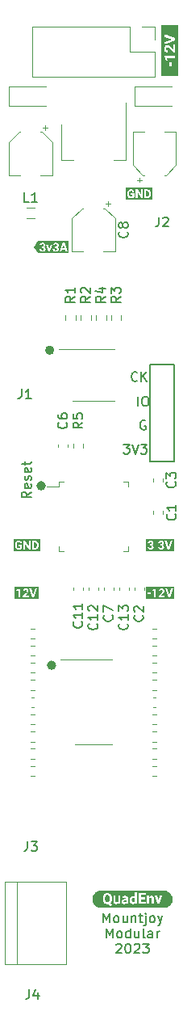
<source format=gbr>
%TF.GenerationSoftware,KiCad,Pcbnew,(6.0.11)*%
%TF.CreationDate,2023-03-11T14:35:42+00:00*%
%TF.ProjectId,QuadEnv_Components,51756164-456e-4765-9f43-6f6d706f6e65,rev?*%
%TF.SameCoordinates,Original*%
%TF.FileFunction,Legend,Top*%
%TF.FilePolarity,Positive*%
%FSLAX46Y46*%
G04 Gerber Fmt 4.6, Leading zero omitted, Abs format (unit mm)*
G04 Created by KiCad (PCBNEW (6.0.11)) date 2023-03-11 14:35:42*
%MOMM*%
%LPD*%
G01*
G04 APERTURE LIST*
%ADD10C,0.475000*%
%ADD11C,0.150000*%
%ADD12C,0.120000*%
G04 APERTURE END LIST*
D10*
X55037500Y-85200000D02*
G75*
G03*
X55037500Y-85200000I-237500J0D01*
G01*
X55237500Y-118200000D02*
G75*
G03*
X55237500Y-118200000I-237500J0D01*
G01*
X54137500Y-99400000D02*
G75*
G03*
X54137500Y-99400000I-237500J0D01*
G01*
D11*
X52666666Y-152152380D02*
X52666666Y-152866666D01*
X52619047Y-153009523D01*
X52523809Y-153104761D01*
X52380952Y-153152380D01*
X52285714Y-153152380D01*
X53571428Y-152485714D02*
X53571428Y-153152380D01*
X53333333Y-152104761D02*
X53095238Y-152819047D01*
X53714285Y-152819047D01*
X60452380Y-145142380D02*
X60452380Y-144142380D01*
X60785714Y-144856666D01*
X61119047Y-144142380D01*
X61119047Y-145142380D01*
X61738095Y-145142380D02*
X61642857Y-145094761D01*
X61595238Y-145047142D01*
X61547619Y-144951904D01*
X61547619Y-144666190D01*
X61595238Y-144570952D01*
X61642857Y-144523333D01*
X61738095Y-144475714D01*
X61880952Y-144475714D01*
X61976190Y-144523333D01*
X62023809Y-144570952D01*
X62071428Y-144666190D01*
X62071428Y-144951904D01*
X62023809Y-145047142D01*
X61976190Y-145094761D01*
X61880952Y-145142380D01*
X61738095Y-145142380D01*
X62928571Y-144475714D02*
X62928571Y-145142380D01*
X62500000Y-144475714D02*
X62500000Y-144999523D01*
X62547619Y-145094761D01*
X62642857Y-145142380D01*
X62785714Y-145142380D01*
X62880952Y-145094761D01*
X62928571Y-145047142D01*
X63404761Y-144475714D02*
X63404761Y-145142380D01*
X63404761Y-144570952D02*
X63452380Y-144523333D01*
X63547619Y-144475714D01*
X63690476Y-144475714D01*
X63785714Y-144523333D01*
X63833333Y-144618571D01*
X63833333Y-145142380D01*
X64166666Y-144475714D02*
X64547619Y-144475714D01*
X64309523Y-144142380D02*
X64309523Y-144999523D01*
X64357142Y-145094761D01*
X64452380Y-145142380D01*
X64547619Y-145142380D01*
X64880952Y-144475714D02*
X64880952Y-145332857D01*
X64833333Y-145428095D01*
X64738095Y-145475714D01*
X64690476Y-145475714D01*
X64880952Y-144142380D02*
X64833333Y-144190000D01*
X64880952Y-144237619D01*
X64928571Y-144190000D01*
X64880952Y-144142380D01*
X64880952Y-144237619D01*
X65500000Y-145142380D02*
X65404761Y-145094761D01*
X65357142Y-145047142D01*
X65309523Y-144951904D01*
X65309523Y-144666190D01*
X65357142Y-144570952D01*
X65404761Y-144523333D01*
X65500000Y-144475714D01*
X65642857Y-144475714D01*
X65738095Y-144523333D01*
X65785714Y-144570952D01*
X65833333Y-144666190D01*
X65833333Y-144951904D01*
X65785714Y-145047142D01*
X65738095Y-145094761D01*
X65642857Y-145142380D01*
X65500000Y-145142380D01*
X66166666Y-144475714D02*
X66404761Y-145142380D01*
X66642857Y-144475714D02*
X66404761Y-145142380D01*
X66309523Y-145380476D01*
X66261904Y-145428095D01*
X66166666Y-145475714D01*
X60785714Y-146752380D02*
X60785714Y-145752380D01*
X61119047Y-146466666D01*
X61452380Y-145752380D01*
X61452380Y-146752380D01*
X62071428Y-146752380D02*
X61976190Y-146704761D01*
X61928571Y-146657142D01*
X61880952Y-146561904D01*
X61880952Y-146276190D01*
X61928571Y-146180952D01*
X61976190Y-146133333D01*
X62071428Y-146085714D01*
X62214285Y-146085714D01*
X62309523Y-146133333D01*
X62357142Y-146180952D01*
X62404761Y-146276190D01*
X62404761Y-146561904D01*
X62357142Y-146657142D01*
X62309523Y-146704761D01*
X62214285Y-146752380D01*
X62071428Y-146752380D01*
X63261904Y-146752380D02*
X63261904Y-145752380D01*
X63261904Y-146704761D02*
X63166666Y-146752380D01*
X62976190Y-146752380D01*
X62880952Y-146704761D01*
X62833333Y-146657142D01*
X62785714Y-146561904D01*
X62785714Y-146276190D01*
X62833333Y-146180952D01*
X62880952Y-146133333D01*
X62976190Y-146085714D01*
X63166666Y-146085714D01*
X63261904Y-146133333D01*
X64166666Y-146085714D02*
X64166666Y-146752380D01*
X63738095Y-146085714D02*
X63738095Y-146609523D01*
X63785714Y-146704761D01*
X63880952Y-146752380D01*
X64023809Y-146752380D01*
X64119047Y-146704761D01*
X64166666Y-146657142D01*
X64785714Y-146752380D02*
X64690476Y-146704761D01*
X64642857Y-146609523D01*
X64642857Y-145752380D01*
X65595238Y-146752380D02*
X65595238Y-146228571D01*
X65547619Y-146133333D01*
X65452380Y-146085714D01*
X65261904Y-146085714D01*
X65166666Y-146133333D01*
X65595238Y-146704761D02*
X65500000Y-146752380D01*
X65261904Y-146752380D01*
X65166666Y-146704761D01*
X65119047Y-146609523D01*
X65119047Y-146514285D01*
X65166666Y-146419047D01*
X65261904Y-146371428D01*
X65500000Y-146371428D01*
X65595238Y-146323809D01*
X66071428Y-146752380D02*
X66071428Y-146085714D01*
X66071428Y-146276190D02*
X66119047Y-146180952D01*
X66166666Y-146133333D01*
X66261904Y-146085714D01*
X66357142Y-146085714D01*
X61785714Y-147457619D02*
X61833333Y-147410000D01*
X61928571Y-147362380D01*
X62166666Y-147362380D01*
X62261904Y-147410000D01*
X62309523Y-147457619D01*
X62357142Y-147552857D01*
X62357142Y-147648095D01*
X62309523Y-147790952D01*
X61738095Y-148362380D01*
X62357142Y-148362380D01*
X62976190Y-147362380D02*
X63071428Y-147362380D01*
X63166666Y-147410000D01*
X63214285Y-147457619D01*
X63261904Y-147552857D01*
X63309523Y-147743333D01*
X63309523Y-147981428D01*
X63261904Y-148171904D01*
X63214285Y-148267142D01*
X63166666Y-148314761D01*
X63071428Y-148362380D01*
X62976190Y-148362380D01*
X62880952Y-148314761D01*
X62833333Y-148267142D01*
X62785714Y-148171904D01*
X62738095Y-147981428D01*
X62738095Y-147743333D01*
X62785714Y-147552857D01*
X62833333Y-147457619D01*
X62880952Y-147410000D01*
X62976190Y-147362380D01*
X63690476Y-147457619D02*
X63738095Y-147410000D01*
X63833333Y-147362380D01*
X64071428Y-147362380D01*
X64166666Y-147410000D01*
X64214285Y-147457619D01*
X64261904Y-147552857D01*
X64261904Y-147648095D01*
X64214285Y-147790952D01*
X63642857Y-148362380D01*
X64261904Y-148362380D01*
X64595238Y-147362380D02*
X65214285Y-147362380D01*
X64880952Y-147743333D01*
X65023809Y-147743333D01*
X65119047Y-147790952D01*
X65166666Y-147838571D01*
X65214285Y-147933809D01*
X65214285Y-148171904D01*
X65166666Y-148267142D01*
X65119047Y-148314761D01*
X65023809Y-148362380D01*
X64738095Y-148362380D01*
X64642857Y-148314761D01*
X64595238Y-148267142D01*
X51866666Y-89252380D02*
X51866666Y-89966666D01*
X51819047Y-90109523D01*
X51723809Y-90204761D01*
X51580952Y-90252380D01*
X51485714Y-90252380D01*
X52866666Y-90252380D02*
X52295238Y-90252380D01*
X52580952Y-90252380D02*
X52580952Y-89252380D01*
X52485714Y-89395238D01*
X52390476Y-89490476D01*
X52295238Y-89538095D01*
X52466666Y-136652380D02*
X52466666Y-137366666D01*
X52419047Y-137509523D01*
X52323809Y-137604761D01*
X52180952Y-137652380D01*
X52085714Y-137652380D01*
X52847619Y-136652380D02*
X53466666Y-136652380D01*
X53133333Y-137033333D01*
X53276190Y-137033333D01*
X53371428Y-137080952D01*
X53419047Y-137128571D01*
X53466666Y-137223809D01*
X53466666Y-137461904D01*
X53419047Y-137557142D01*
X53371428Y-137604761D01*
X53276190Y-137652380D01*
X52990476Y-137652380D01*
X52895238Y-137604761D01*
X52847619Y-137557142D01*
X66266666Y-71252380D02*
X66266666Y-71966666D01*
X66219047Y-72109523D01*
X66123809Y-72204761D01*
X65980952Y-72252380D01*
X65885714Y-72252380D01*
X66695238Y-71347619D02*
X66742857Y-71300000D01*
X66838095Y-71252380D01*
X67076190Y-71252380D01*
X67171428Y-71300000D01*
X67219047Y-71347619D01*
X67266666Y-71442857D01*
X67266666Y-71538095D01*
X67219047Y-71680952D01*
X66647619Y-72252380D01*
X67266666Y-72252380D01*
%TO.C,TP6*%
X52852380Y-100038095D02*
X52376190Y-100371428D01*
X52852380Y-100609523D02*
X51852380Y-100609523D01*
X51852380Y-100228571D01*
X51900000Y-100133333D01*
X51947619Y-100085714D01*
X52042857Y-100038095D01*
X52185714Y-100038095D01*
X52280952Y-100085714D01*
X52328571Y-100133333D01*
X52376190Y-100228571D01*
X52376190Y-100609523D01*
X52804761Y-99228571D02*
X52852380Y-99323809D01*
X52852380Y-99514285D01*
X52804761Y-99609523D01*
X52709523Y-99657142D01*
X52328571Y-99657142D01*
X52233333Y-99609523D01*
X52185714Y-99514285D01*
X52185714Y-99323809D01*
X52233333Y-99228571D01*
X52328571Y-99180952D01*
X52423809Y-99180952D01*
X52519047Y-99657142D01*
X52804761Y-98800000D02*
X52852380Y-98704761D01*
X52852380Y-98514285D01*
X52804761Y-98419047D01*
X52709523Y-98371428D01*
X52661904Y-98371428D01*
X52566666Y-98419047D01*
X52519047Y-98514285D01*
X52519047Y-98657142D01*
X52471428Y-98752380D01*
X52376190Y-98800000D01*
X52328571Y-98800000D01*
X52233333Y-98752380D01*
X52185714Y-98657142D01*
X52185714Y-98514285D01*
X52233333Y-98419047D01*
X52804761Y-97561904D02*
X52852380Y-97657142D01*
X52852380Y-97847619D01*
X52804761Y-97942857D01*
X52709523Y-97990476D01*
X52328571Y-97990476D01*
X52233333Y-97942857D01*
X52185714Y-97847619D01*
X52185714Y-97657142D01*
X52233333Y-97561904D01*
X52328571Y-97514285D01*
X52423809Y-97514285D01*
X52519047Y-97990476D01*
X52185714Y-97228571D02*
X52185714Y-96847619D01*
X51852380Y-97085714D02*
X52709523Y-97085714D01*
X52804761Y-97038095D01*
X52852380Y-96942857D01*
X52852380Y-96847619D01*
%TO.C,R3*%
X62252380Y-79566666D02*
X61776190Y-79900000D01*
X62252380Y-80138095D02*
X61252380Y-80138095D01*
X61252380Y-79757142D01*
X61300000Y-79661904D01*
X61347619Y-79614285D01*
X61442857Y-79566666D01*
X61585714Y-79566666D01*
X61680952Y-79614285D01*
X61728571Y-79661904D01*
X61776190Y-79757142D01*
X61776190Y-80138095D01*
X61252380Y-79233333D02*
X61252380Y-78614285D01*
X61633333Y-78947619D01*
X61633333Y-78804761D01*
X61680952Y-78709523D01*
X61728571Y-78661904D01*
X61823809Y-78614285D01*
X62061904Y-78614285D01*
X62157142Y-78661904D01*
X62204761Y-78709523D01*
X62252380Y-78804761D01*
X62252380Y-79090476D01*
X62204761Y-79185714D01*
X62157142Y-79233333D01*
%TO.C,C11*%
X58157142Y-113642857D02*
X58204761Y-113690476D01*
X58252380Y-113833333D01*
X58252380Y-113928571D01*
X58204761Y-114071428D01*
X58109523Y-114166666D01*
X58014285Y-114214285D01*
X57823809Y-114261904D01*
X57680952Y-114261904D01*
X57490476Y-114214285D01*
X57395238Y-114166666D01*
X57300000Y-114071428D01*
X57252380Y-113928571D01*
X57252380Y-113833333D01*
X57300000Y-113690476D01*
X57347619Y-113642857D01*
X58252380Y-112690476D02*
X58252380Y-113261904D01*
X58252380Y-112976190D02*
X57252380Y-112976190D01*
X57395238Y-113071428D01*
X57490476Y-113166666D01*
X57538095Y-113261904D01*
X58252380Y-111738095D02*
X58252380Y-112309523D01*
X58252380Y-112023809D02*
X57252380Y-112023809D01*
X57395238Y-112119047D01*
X57490476Y-112214285D01*
X57538095Y-112309523D01*
%TO.C,C7*%
X61357142Y-112966666D02*
X61404761Y-113014285D01*
X61452380Y-113157142D01*
X61452380Y-113252380D01*
X61404761Y-113395238D01*
X61309523Y-113490476D01*
X61214285Y-113538095D01*
X61023809Y-113585714D01*
X60880952Y-113585714D01*
X60690476Y-113538095D01*
X60595238Y-113490476D01*
X60500000Y-113395238D01*
X60452380Y-113252380D01*
X60452380Y-113157142D01*
X60500000Y-113014285D01*
X60547619Y-112966666D01*
X60452380Y-112633333D02*
X60452380Y-111966666D01*
X61452380Y-112395238D01*
%TO.C,R4*%
X60652380Y-79566666D02*
X60176190Y-79900000D01*
X60652380Y-80138095D02*
X59652380Y-80138095D01*
X59652380Y-79757142D01*
X59700000Y-79661904D01*
X59747619Y-79614285D01*
X59842857Y-79566666D01*
X59985714Y-79566666D01*
X60080952Y-79614285D01*
X60128571Y-79661904D01*
X60176190Y-79757142D01*
X60176190Y-80138095D01*
X59985714Y-78709523D02*
X60652380Y-78709523D01*
X59604761Y-78947619D02*
X60319047Y-79185714D01*
X60319047Y-78566666D01*
%TO.C,L1*%
X52633333Y-69652380D02*
X52157142Y-69652380D01*
X52157142Y-68652380D01*
X53490476Y-69652380D02*
X52919047Y-69652380D01*
X53204761Y-69652380D02*
X53204761Y-68652380D01*
X53109523Y-68795238D01*
X53014285Y-68890476D01*
X52919047Y-68938095D01*
%TO.C,C8*%
X62957142Y-72766666D02*
X63004761Y-72814285D01*
X63052380Y-72957142D01*
X63052380Y-73052380D01*
X63004761Y-73195238D01*
X62909523Y-73290476D01*
X62814285Y-73338095D01*
X62623809Y-73385714D01*
X62480952Y-73385714D01*
X62290476Y-73338095D01*
X62195238Y-73290476D01*
X62100000Y-73195238D01*
X62052380Y-73052380D01*
X62052380Y-72957142D01*
X62100000Y-72814285D01*
X62147619Y-72766666D01*
X62480952Y-72195238D02*
X62433333Y-72290476D01*
X62385714Y-72338095D01*
X62290476Y-72385714D01*
X62242857Y-72385714D01*
X62147619Y-72338095D01*
X62100000Y-72290476D01*
X62052380Y-72195238D01*
X62052380Y-72004761D01*
X62100000Y-71909523D01*
X62147619Y-71861904D01*
X62242857Y-71814285D01*
X62290476Y-71814285D01*
X62385714Y-71861904D01*
X62433333Y-71909523D01*
X62480952Y-72004761D01*
X62480952Y-72195238D01*
X62528571Y-72290476D01*
X62576190Y-72338095D01*
X62671428Y-72385714D01*
X62861904Y-72385714D01*
X62957142Y-72338095D01*
X63004761Y-72290476D01*
X63052380Y-72195238D01*
X63052380Y-72004761D01*
X63004761Y-71909523D01*
X62957142Y-71861904D01*
X62861904Y-71814285D01*
X62671428Y-71814285D01*
X62576190Y-71861904D01*
X62528571Y-71909523D01*
X62480952Y-72004761D01*
%TO.C,R5*%
X58252380Y-92766666D02*
X57776190Y-93100000D01*
X58252380Y-93338095D02*
X57252380Y-93338095D01*
X57252380Y-92957142D01*
X57300000Y-92861904D01*
X57347619Y-92814285D01*
X57442857Y-92766666D01*
X57585714Y-92766666D01*
X57680952Y-92814285D01*
X57728571Y-92861904D01*
X57776190Y-92957142D01*
X57776190Y-93338095D01*
X57252380Y-91861904D02*
X57252380Y-92338095D01*
X57728571Y-92385714D01*
X57680952Y-92338095D01*
X57633333Y-92242857D01*
X57633333Y-92004761D01*
X57680952Y-91909523D01*
X57728571Y-91861904D01*
X57823809Y-91814285D01*
X58061904Y-91814285D01*
X58157142Y-91861904D01*
X58204761Y-91909523D01*
X58252380Y-92004761D01*
X58252380Y-92242857D01*
X58204761Y-92338095D01*
X58157142Y-92385714D01*
%TO.C,C3*%
X67957142Y-98966666D02*
X68004761Y-99014285D01*
X68052380Y-99157142D01*
X68052380Y-99252380D01*
X68004761Y-99395238D01*
X67909523Y-99490476D01*
X67814285Y-99538095D01*
X67623809Y-99585714D01*
X67480952Y-99585714D01*
X67290476Y-99538095D01*
X67195238Y-99490476D01*
X67100000Y-99395238D01*
X67052380Y-99252380D01*
X67052380Y-99157142D01*
X67100000Y-99014285D01*
X67147619Y-98966666D01*
X67052380Y-98633333D02*
X67052380Y-98014285D01*
X67433333Y-98347619D01*
X67433333Y-98204761D01*
X67480952Y-98109523D01*
X67528571Y-98061904D01*
X67623809Y-98014285D01*
X67861904Y-98014285D01*
X67957142Y-98061904D01*
X68004761Y-98109523D01*
X68052380Y-98204761D01*
X68052380Y-98490476D01*
X68004761Y-98585714D01*
X67957142Y-98633333D01*
%TO.C,C12*%
X59757142Y-113842857D02*
X59804761Y-113890476D01*
X59852380Y-114033333D01*
X59852380Y-114128571D01*
X59804761Y-114271428D01*
X59709523Y-114366666D01*
X59614285Y-114414285D01*
X59423809Y-114461904D01*
X59280952Y-114461904D01*
X59090476Y-114414285D01*
X58995238Y-114366666D01*
X58900000Y-114271428D01*
X58852380Y-114128571D01*
X58852380Y-114033333D01*
X58900000Y-113890476D01*
X58947619Y-113842857D01*
X59852380Y-112890476D02*
X59852380Y-113461904D01*
X59852380Y-113176190D02*
X58852380Y-113176190D01*
X58995238Y-113271428D01*
X59090476Y-113366666D01*
X59138095Y-113461904D01*
X58947619Y-112509523D02*
X58900000Y-112461904D01*
X58852380Y-112366666D01*
X58852380Y-112128571D01*
X58900000Y-112033333D01*
X58947619Y-111985714D01*
X59042857Y-111938095D01*
X59138095Y-111938095D01*
X59280952Y-111985714D01*
X59852380Y-112557142D01*
X59852380Y-111938095D01*
%TO.C,C1*%
X67987142Y-102366666D02*
X68034761Y-102414285D01*
X68082380Y-102557142D01*
X68082380Y-102652380D01*
X68034761Y-102795238D01*
X67939523Y-102890476D01*
X67844285Y-102938095D01*
X67653809Y-102985714D01*
X67510952Y-102985714D01*
X67320476Y-102938095D01*
X67225238Y-102890476D01*
X67130000Y-102795238D01*
X67082380Y-102652380D01*
X67082380Y-102557142D01*
X67130000Y-102414285D01*
X67177619Y-102366666D01*
X68082380Y-101414285D02*
X68082380Y-101985714D01*
X68082380Y-101700000D02*
X67082380Y-101700000D01*
X67225238Y-101795238D01*
X67320476Y-101890476D01*
X67368095Y-101985714D01*
%TO.C,R1*%
X57452380Y-79566666D02*
X56976190Y-79900000D01*
X57452380Y-80138095D02*
X56452380Y-80138095D01*
X56452380Y-79757142D01*
X56500000Y-79661904D01*
X56547619Y-79614285D01*
X56642857Y-79566666D01*
X56785714Y-79566666D01*
X56880952Y-79614285D01*
X56928571Y-79661904D01*
X56976190Y-79757142D01*
X56976190Y-80138095D01*
X57452380Y-78614285D02*
X57452380Y-79185714D01*
X57452380Y-78900000D02*
X56452380Y-78900000D01*
X56595238Y-78995238D01*
X56690476Y-79090476D01*
X56738095Y-79185714D01*
%TO.C,C6*%
X56557142Y-92766666D02*
X56604761Y-92814285D01*
X56652380Y-92957142D01*
X56652380Y-93052380D01*
X56604761Y-93195238D01*
X56509523Y-93290476D01*
X56414285Y-93338095D01*
X56223809Y-93385714D01*
X56080952Y-93385714D01*
X55890476Y-93338095D01*
X55795238Y-93290476D01*
X55700000Y-93195238D01*
X55652380Y-93052380D01*
X55652380Y-92957142D01*
X55700000Y-92814285D01*
X55747619Y-92766666D01*
X55652380Y-91909523D02*
X55652380Y-92100000D01*
X55700000Y-92195238D01*
X55747619Y-92242857D01*
X55890476Y-92338095D01*
X56080952Y-92385714D01*
X56461904Y-92385714D01*
X56557142Y-92338095D01*
X56604761Y-92290476D01*
X56652380Y-92195238D01*
X56652380Y-92004761D01*
X56604761Y-91909523D01*
X56557142Y-91861904D01*
X56461904Y-91814285D01*
X56223809Y-91814285D01*
X56128571Y-91861904D01*
X56080952Y-91909523D01*
X56033333Y-92004761D01*
X56033333Y-92195238D01*
X56080952Y-92290476D01*
X56128571Y-92338095D01*
X56223809Y-92385714D01*
%TO.C,C2*%
X64557142Y-112966666D02*
X64604761Y-113014285D01*
X64652380Y-113157142D01*
X64652380Y-113252380D01*
X64604761Y-113395238D01*
X64509523Y-113490476D01*
X64414285Y-113538095D01*
X64223809Y-113585714D01*
X64080952Y-113585714D01*
X63890476Y-113538095D01*
X63795238Y-113490476D01*
X63700000Y-113395238D01*
X63652380Y-113252380D01*
X63652380Y-113157142D01*
X63700000Y-113014285D01*
X63747619Y-112966666D01*
X63747619Y-112585714D02*
X63700000Y-112538095D01*
X63652380Y-112442857D01*
X63652380Y-112204761D01*
X63700000Y-112109523D01*
X63747619Y-112061904D01*
X63842857Y-112014285D01*
X63938095Y-112014285D01*
X64080952Y-112061904D01*
X64652380Y-112633333D01*
X64652380Y-112014285D01*
%TO.C,J5*%
X64861904Y-92570000D02*
X64766666Y-92522380D01*
X64623809Y-92522380D01*
X64480952Y-92570000D01*
X64385714Y-92665238D01*
X64338095Y-92760476D01*
X64290476Y-92950952D01*
X64290476Y-93093809D01*
X64338095Y-93284285D01*
X64385714Y-93379523D01*
X64480952Y-93474761D01*
X64623809Y-93522380D01*
X64719047Y-93522380D01*
X64861904Y-93474761D01*
X64909523Y-93427142D01*
X64909523Y-93093809D01*
X64719047Y-93093809D01*
X64009523Y-88357142D02*
X63961904Y-88404761D01*
X63819047Y-88452380D01*
X63723809Y-88452380D01*
X63580952Y-88404761D01*
X63485714Y-88309523D01*
X63438095Y-88214285D01*
X63390476Y-88023809D01*
X63390476Y-87880952D01*
X63438095Y-87690476D01*
X63485714Y-87595238D01*
X63580952Y-87500000D01*
X63723809Y-87452380D01*
X63819047Y-87452380D01*
X63961904Y-87500000D01*
X64009523Y-87547619D01*
X64438095Y-88452380D02*
X64438095Y-87452380D01*
X65009523Y-88452380D02*
X64580952Y-87880952D01*
X65009523Y-87452380D02*
X64438095Y-88023809D01*
X64076190Y-91052380D02*
X64076190Y-90052380D01*
X64742857Y-90052380D02*
X64933333Y-90052380D01*
X65028571Y-90100000D01*
X65123809Y-90195238D01*
X65171428Y-90385714D01*
X65171428Y-90719047D01*
X65123809Y-90909523D01*
X65028571Y-91004761D01*
X64933333Y-91052380D01*
X64742857Y-91052380D01*
X64647619Y-91004761D01*
X64552380Y-90909523D01*
X64504761Y-90719047D01*
X64504761Y-90385714D01*
X64552380Y-90195238D01*
X64647619Y-90100000D01*
X64742857Y-90052380D01*
X62561904Y-95052380D02*
X63180952Y-95052380D01*
X62847619Y-95433333D01*
X62990476Y-95433333D01*
X63085714Y-95480952D01*
X63133333Y-95528571D01*
X63180952Y-95623809D01*
X63180952Y-95861904D01*
X63133333Y-95957142D01*
X63085714Y-96004761D01*
X62990476Y-96052380D01*
X62704761Y-96052380D01*
X62609523Y-96004761D01*
X62561904Y-95957142D01*
X63466666Y-95052380D02*
X63800000Y-96052380D01*
X64133333Y-95052380D01*
X64371428Y-95052380D02*
X64990476Y-95052380D01*
X64657142Y-95433333D01*
X64800000Y-95433333D01*
X64895238Y-95480952D01*
X64942857Y-95528571D01*
X64990476Y-95623809D01*
X64990476Y-95861904D01*
X64942857Y-95957142D01*
X64895238Y-96004761D01*
X64800000Y-96052380D01*
X64514285Y-96052380D01*
X64419047Y-96004761D01*
X64371428Y-95957142D01*
%TO.C,R2*%
X59052380Y-79566666D02*
X58576190Y-79900000D01*
X59052380Y-80138095D02*
X58052380Y-80138095D01*
X58052380Y-79757142D01*
X58100000Y-79661904D01*
X58147619Y-79614285D01*
X58242857Y-79566666D01*
X58385714Y-79566666D01*
X58480952Y-79614285D01*
X58528571Y-79661904D01*
X58576190Y-79757142D01*
X58576190Y-80138095D01*
X58147619Y-79185714D02*
X58100000Y-79138095D01*
X58052380Y-79042857D01*
X58052380Y-78804761D01*
X58100000Y-78709523D01*
X58147619Y-78661904D01*
X58242857Y-78614285D01*
X58338095Y-78614285D01*
X58480952Y-78661904D01*
X59052380Y-79233333D01*
X59052380Y-78614285D01*
%TO.C,C13*%
X62957142Y-113842857D02*
X63004761Y-113890476D01*
X63052380Y-114033333D01*
X63052380Y-114128571D01*
X63004761Y-114271428D01*
X62909523Y-114366666D01*
X62814285Y-114414285D01*
X62623809Y-114461904D01*
X62480952Y-114461904D01*
X62290476Y-114414285D01*
X62195238Y-114366666D01*
X62100000Y-114271428D01*
X62052380Y-114128571D01*
X62052380Y-114033333D01*
X62100000Y-113890476D01*
X62147619Y-113842857D01*
X63052380Y-112890476D02*
X63052380Y-113461904D01*
X63052380Y-113176190D02*
X62052380Y-113176190D01*
X62195238Y-113271428D01*
X62290476Y-113366666D01*
X62338095Y-113461904D01*
X62052380Y-112557142D02*
X62052380Y-111938095D01*
X62433333Y-112271428D01*
X62433333Y-112128571D01*
X62480952Y-112033333D01*
X62528571Y-111985714D01*
X62623809Y-111938095D01*
X62861904Y-111938095D01*
X62957142Y-111985714D01*
X63004761Y-112033333D01*
X63052380Y-112128571D01*
X63052380Y-112414285D01*
X63004761Y-112509523D01*
X62957142Y-112557142D01*
D12*
%TO.C,R22*%
X65562742Y-127992500D02*
X66037258Y-127992500D01*
X65562742Y-126947500D02*
X66037258Y-126947500D01*
%TO.C,C4*%
X50540000Y-66860000D02*
X51740000Y-66860000D01*
X50540000Y-63404437D02*
X50540000Y-66860000D01*
X54360000Y-61600000D02*
X54360000Y-62100000D01*
X53995563Y-62340000D02*
X53860000Y-62340000D01*
X51604437Y-62340000D02*
X51740000Y-62340000D01*
X55060000Y-63404437D02*
X55060000Y-66860000D01*
X51604437Y-62340000D02*
X50540000Y-63404437D01*
X54610000Y-61850000D02*
X54110000Y-61850000D01*
X55060000Y-66860000D02*
X53860000Y-66860000D01*
X53995563Y-62340000D02*
X55060000Y-63404437D01*
%TO.C,C5*%
X66995563Y-66860000D02*
X68060000Y-65795563D01*
X63540000Y-62340000D02*
X64740000Y-62340000D01*
X68060000Y-62340000D02*
X66860000Y-62340000D01*
X64604437Y-66860000D02*
X64740000Y-66860000D01*
X64604437Y-66860000D02*
X63540000Y-65795563D01*
X64240000Y-67600000D02*
X64240000Y-67100000D01*
X66995563Y-66860000D02*
X66860000Y-66860000D01*
X63990000Y-67350000D02*
X64490000Y-67350000D01*
X63540000Y-65795563D02*
X63540000Y-62340000D01*
X68060000Y-65795563D02*
X68060000Y-62340000D01*
%TO.C,R3*%
X62322500Y-82037258D02*
X62322500Y-81562742D01*
X61277500Y-82037258D02*
X61277500Y-81562742D01*
%TO.C,C11*%
X58310000Y-110340580D02*
X58310000Y-110059420D01*
X57290000Y-110340580D02*
X57290000Y-110059420D01*
%TO.C,R16*%
X65562742Y-117947500D02*
X66037258Y-117947500D01*
X65562742Y-118992500D02*
X66037258Y-118992500D01*
%TO.C,C7*%
X60490000Y-110059420D02*
X60490000Y-110340580D01*
X61510000Y-110059420D02*
X61510000Y-110340580D01*
%TO.C,U4*%
X59400000Y-117635000D02*
X61350000Y-117635000D01*
X59400000Y-126505000D02*
X61350000Y-126505000D01*
X59400000Y-126505000D02*
X57450000Y-126505000D01*
X59400000Y-117635000D02*
X55950000Y-117635000D01*
%TO.C,R4*%
X60722500Y-82037258D02*
X60722500Y-81562742D01*
X59677500Y-82037258D02*
X59677500Y-81562742D01*
%TO.C,R9*%
X53237258Y-120792500D02*
X52762742Y-120792500D01*
X53237258Y-119747500D02*
X52762742Y-119747500D01*
%TO.C,kibuzzard-6409FE57*%
G36*
X51004116Y-104977402D02*
G01*
X53795884Y-104977402D01*
X53795884Y-106222598D01*
X51004116Y-106222598D01*
X51004116Y-105635347D01*
X51162866Y-105635347D01*
X51168895Y-105719200D01*
X51185328Y-105795475D01*
X51212166Y-105864170D01*
X51270302Y-105949979D01*
X51348591Y-106012688D01*
X51410706Y-106041110D01*
X51479229Y-106058163D01*
X51554160Y-106063848D01*
X51660820Y-106055554D01*
X51676795Y-106051445D01*
X52050254Y-106051445D01*
X52236289Y-106051445D01*
X52236289Y-105457373D01*
X52598438Y-106051445D01*
X52784473Y-106051445D01*
X52946943Y-106051445D01*
X53226616Y-106051445D01*
X53302891Y-106045106D01*
X53373791Y-106026916D01*
X53439316Y-105996875D01*
X53497435Y-105956016D01*
X53546114Y-105905373D01*
X53585354Y-105844946D01*
X53614121Y-105776527D01*
X53631380Y-105701906D01*
X53637134Y-105621084D01*
X53637134Y-105579536D01*
X53631277Y-105498611D01*
X53613707Y-105423680D01*
X53584424Y-105354744D01*
X53544702Y-105293834D01*
X53495816Y-105242985D01*
X53437766Y-105202195D01*
X53372344Y-105172395D01*
X53301340Y-105154515D01*
X53224756Y-105148555D01*
X52946943Y-105148555D01*
X52946943Y-106051445D01*
X52784473Y-106051445D01*
X52784473Y-105148555D01*
X52599058Y-105148555D01*
X52599058Y-105743867D01*
X52236289Y-105148555D01*
X52050254Y-105148555D01*
X52050254Y-106051445D01*
X51676795Y-106051445D01*
X51757559Y-106030671D01*
X51838949Y-105990751D01*
X51899565Y-105937344D01*
X51899565Y-105577056D01*
X51544238Y-105577056D01*
X51544238Y-105714102D01*
X51713530Y-105714102D01*
X51713530Y-105869751D01*
X51653844Y-105903237D01*
X51564082Y-105914399D01*
X51472460Y-105896261D01*
X51405952Y-105841846D01*
X51375980Y-105785760D01*
X51357996Y-105714239D01*
X51352002Y-105627285D01*
X51352002Y-105569614D01*
X51357859Y-105483487D01*
X51374602Y-105412794D01*
X51402231Y-105357534D01*
X51463158Y-105304049D01*
X51546719Y-105286221D01*
X51613149Y-105295212D01*
X51663611Y-105322187D01*
X51698570Y-105368541D01*
X51718491Y-105435669D01*
X51899565Y-105435669D01*
X51880204Y-105345855D01*
X51844444Y-105271545D01*
X51792285Y-105212737D01*
X51724141Y-105170190D01*
X51640425Y-105144662D01*
X51541138Y-105136152D01*
X51467516Y-105141975D01*
X51400440Y-105159441D01*
X51339910Y-105188552D01*
X51264100Y-105252579D01*
X51208445Y-105339861D01*
X51183123Y-105409831D01*
X51167931Y-105487862D01*
X51162866Y-105573955D01*
X51162866Y-105635347D01*
X51004116Y-105635347D01*
X51004116Y-104977402D01*
G37*
G36*
X53321339Y-105316994D02*
G01*
X53391567Y-105370247D01*
X53423262Y-105424989D01*
X53442279Y-105494546D01*
X53448618Y-105578916D01*
X53448618Y-105626665D01*
X53441521Y-105708314D01*
X53421884Y-105776320D01*
X53389707Y-105830684D01*
X53319169Y-105884169D01*
X53222896Y-105901997D01*
X53132979Y-105901997D01*
X53132979Y-105299243D01*
X53224756Y-105299243D01*
X53321339Y-105316994D01*
G37*
%TO.C,L1*%
X53210242Y-71360000D02*
X52389758Y-71360000D01*
X53210242Y-70240000D02*
X52389758Y-70240000D01*
%TO.C,C8*%
X58204437Y-70340000D02*
X58340000Y-70340000D01*
X61660000Y-74860000D02*
X60460000Y-74860000D01*
X57140000Y-74860000D02*
X58340000Y-74860000D01*
X57140000Y-71404437D02*
X57140000Y-74860000D01*
X58204437Y-70340000D02*
X57140000Y-71404437D01*
X61210000Y-69850000D02*
X60710000Y-69850000D01*
X61660000Y-71404437D02*
X61660000Y-74860000D01*
X60595563Y-70340000D02*
X60460000Y-70340000D01*
X60595563Y-70340000D02*
X61660000Y-71404437D01*
X60960000Y-69600000D02*
X60960000Y-70100000D01*
%TO.C,R17*%
X53237258Y-117192500D02*
X52762742Y-117192500D01*
X53237258Y-116147500D02*
X52762742Y-116147500D01*
%TO.C,R5*%
X57277500Y-94962742D02*
X57277500Y-95437258D01*
X58322500Y-94962742D02*
X58322500Y-95437258D01*
%TO.C,C3*%
X65690000Y-98940580D02*
X65690000Y-98659420D01*
X66710000Y-98940580D02*
X66710000Y-98659420D01*
%TO.C,R24*%
X65562742Y-115392500D02*
X66037258Y-115392500D01*
X65562742Y-114347500D02*
X66037258Y-114347500D01*
%TO.C,R11*%
X65562742Y-124392500D02*
X66037258Y-124392500D01*
X65562742Y-123347500D02*
X66037258Y-123347500D01*
%TO.C,C12*%
X59910000Y-110340580D02*
X59910000Y-110059420D01*
X58890000Y-110340580D02*
X58890000Y-110059420D01*
%TO.C,D1*%
X50550000Y-57600000D02*
X54450000Y-57600000D01*
X50550000Y-57600000D02*
X50550000Y-59600000D01*
X50550000Y-59600000D02*
X54450000Y-59600000D01*
%TO.C,R12*%
X65562742Y-119747500D02*
X66037258Y-119747500D01*
X65562742Y-120792500D02*
X66037258Y-120792500D01*
%TO.C,D2*%
X63750000Y-59600000D02*
X67650000Y-59600000D01*
X63750000Y-57600000D02*
X63750000Y-59600000D01*
X63750000Y-57600000D02*
X67650000Y-57600000D01*
%TO.C,kibuzzard-6409FE57*%
G36*
X62804116Y-68177402D02*
G01*
X65595884Y-68177402D01*
X65595884Y-69422598D01*
X62804116Y-69422598D01*
X62804116Y-68835347D01*
X62962866Y-68835347D01*
X62968895Y-68919200D01*
X62985328Y-68995475D01*
X63012166Y-69064170D01*
X63070302Y-69149979D01*
X63148591Y-69212688D01*
X63210706Y-69241110D01*
X63279229Y-69258163D01*
X63354160Y-69263848D01*
X63460820Y-69255554D01*
X63476795Y-69251445D01*
X63850254Y-69251445D01*
X64036289Y-69251445D01*
X64036289Y-68657373D01*
X64398438Y-69251445D01*
X64584473Y-69251445D01*
X64746943Y-69251445D01*
X65026616Y-69251445D01*
X65102891Y-69245106D01*
X65173791Y-69226916D01*
X65239316Y-69196875D01*
X65297435Y-69156016D01*
X65346114Y-69105373D01*
X65385354Y-69044946D01*
X65414121Y-68976527D01*
X65431380Y-68901906D01*
X65437134Y-68821084D01*
X65437134Y-68779536D01*
X65431277Y-68698611D01*
X65413707Y-68623680D01*
X65384424Y-68554744D01*
X65344702Y-68493834D01*
X65295816Y-68442985D01*
X65237766Y-68402195D01*
X65172344Y-68372395D01*
X65101340Y-68354515D01*
X65024756Y-68348555D01*
X64746943Y-68348555D01*
X64746943Y-69251445D01*
X64584473Y-69251445D01*
X64584473Y-68348555D01*
X64399058Y-68348555D01*
X64399058Y-68943867D01*
X64036289Y-68348555D01*
X63850254Y-68348555D01*
X63850254Y-69251445D01*
X63476795Y-69251445D01*
X63557559Y-69230671D01*
X63638949Y-69190751D01*
X63699565Y-69137344D01*
X63699565Y-68777056D01*
X63344238Y-68777056D01*
X63344238Y-68914102D01*
X63513530Y-68914102D01*
X63513530Y-69069751D01*
X63453844Y-69103237D01*
X63364082Y-69114399D01*
X63272460Y-69096261D01*
X63205952Y-69041846D01*
X63175980Y-68985760D01*
X63157996Y-68914239D01*
X63152002Y-68827285D01*
X63152002Y-68769614D01*
X63157859Y-68683487D01*
X63174602Y-68612794D01*
X63202231Y-68557534D01*
X63263158Y-68504049D01*
X63346719Y-68486221D01*
X63413149Y-68495212D01*
X63463611Y-68522187D01*
X63498570Y-68568541D01*
X63518491Y-68635669D01*
X63699565Y-68635669D01*
X63680204Y-68545855D01*
X63644444Y-68471545D01*
X63592285Y-68412737D01*
X63524141Y-68370190D01*
X63440425Y-68344662D01*
X63341138Y-68336152D01*
X63267516Y-68341975D01*
X63200440Y-68359441D01*
X63139910Y-68388552D01*
X63064100Y-68452579D01*
X63008445Y-68539861D01*
X62983123Y-68609831D01*
X62967931Y-68687862D01*
X62962866Y-68773955D01*
X62962866Y-68835347D01*
X62804116Y-68835347D01*
X62804116Y-68177402D01*
G37*
G36*
X65121339Y-68516994D02*
G01*
X65191567Y-68570247D01*
X65223262Y-68624989D01*
X65242279Y-68694546D01*
X65248618Y-68778916D01*
X65248618Y-68826665D01*
X65241521Y-68908314D01*
X65221884Y-68976320D01*
X65189707Y-69030684D01*
X65119169Y-69084169D01*
X65022896Y-69101997D01*
X64932979Y-69101997D01*
X64932979Y-68499243D01*
X65024756Y-68499243D01*
X65121339Y-68516994D01*
G37*
%TO.C,kibuzzard-6409FE16*%
G36*
X64887534Y-109983604D02*
G01*
X67912466Y-109983604D01*
X67912466Y-111216396D01*
X64887534Y-111216396D01*
X64887534Y-110743247D01*
X65046284Y-110743247D01*
X65395410Y-110743247D01*
X65395410Y-110598760D01*
X65046284Y-110598760D01*
X65046284Y-110743247D01*
X64887534Y-110743247D01*
X64887534Y-110433188D01*
X65574004Y-110433188D01*
X65787944Y-110366836D01*
X65787944Y-111057646D01*
X65967158Y-111057646D01*
X65967158Y-110438770D01*
X66242490Y-110438770D01*
X66422324Y-110438770D01*
X66431083Y-110377145D01*
X66457361Y-110328699D01*
X66498831Y-110297305D01*
X66553169Y-110286841D01*
X66639985Y-110321257D01*
X66662775Y-110362108D01*
X66670371Y-110415825D01*
X66641536Y-110508843D01*
X66604871Y-110562018D01*
X66552549Y-110623564D01*
X66260474Y-110934863D01*
X66260474Y-111057646D01*
X66879351Y-111057646D01*
X66879351Y-110913159D01*
X66491157Y-110913159D01*
X66696416Y-110696738D01*
X66768350Y-110610077D01*
X66815479Y-110534888D01*
X66841523Y-110466055D01*
X66850205Y-110398462D01*
X66841627Y-110323152D01*
X66815892Y-110260107D01*
X66773000Y-110209326D01*
X66714606Y-110172119D01*
X66658417Y-110154756D01*
X66932061Y-110154756D01*
X67245220Y-111057646D01*
X67439316Y-111057646D01*
X67753716Y-110154756D01*
X67546597Y-110154756D01*
X67341958Y-110833784D01*
X67138560Y-110154756D01*
X66932061Y-110154756D01*
X66658417Y-110154756D01*
X66642362Y-110149795D01*
X66556270Y-110142354D01*
X66469918Y-110152043D01*
X66393179Y-110181111D01*
X66329384Y-110227232D01*
X66281868Y-110288081D01*
X66252335Y-110359860D01*
X66242490Y-110438770D01*
X65967158Y-110438770D01*
X65967158Y-110153516D01*
X65947935Y-110153516D01*
X65574004Y-110287461D01*
X65574004Y-110433188D01*
X64887534Y-110433188D01*
X64887534Y-109983604D01*
G37*
%TO.C,R10*%
X53237258Y-124392500D02*
X52762742Y-124392500D01*
X53237258Y-123347500D02*
X52762742Y-123347500D01*
%TO.C,U2*%
X55990000Y-61550000D02*
X55990000Y-65310000D01*
X55990000Y-65310000D02*
X57250000Y-65310000D01*
X62810000Y-65310000D02*
X61550000Y-65310000D01*
X62810000Y-59300000D02*
X62810000Y-65310000D01*
%TO.C,R18*%
X53237258Y-115392500D02*
X52762742Y-115392500D01*
X53237258Y-114347500D02*
X52762742Y-114347500D01*
%TO.C,J6*%
X65810000Y-56530000D02*
X52990000Y-56530000D01*
X65810000Y-51330000D02*
X65810000Y-52660000D01*
X65810000Y-53930000D02*
X65810000Y-56530000D01*
X64480000Y-51330000D02*
X65810000Y-51330000D01*
X52990000Y-51330000D02*
X52990000Y-56530000D01*
X63210000Y-51330000D02*
X63210000Y-53930000D01*
X63210000Y-53930000D02*
X65810000Y-53930000D01*
X63210000Y-51330000D02*
X52990000Y-51330000D01*
%TO.C,C1*%
X65690000Y-102059420D02*
X65690000Y-102340580D01*
X66710000Y-102059420D02*
X66710000Y-102340580D01*
%TO.C,R1*%
X57522500Y-81562742D02*
X57522500Y-82037258D01*
X56477500Y-81562742D02*
X56477500Y-82037258D01*
%TO.C,J7*%
X56515000Y-149550000D02*
X50105000Y-149550000D01*
X50105000Y-140850000D02*
X50105000Y-149550000D01*
X50105000Y-140850000D02*
X56515000Y-140850000D01*
X56515000Y-140850000D02*
X56515000Y-149550000D01*
X51335000Y-149550000D02*
X51335000Y-140850000D01*
%TO.C,C9*%
X52859420Y-122580000D02*
X53140580Y-122580000D01*
X52859420Y-121560000D02*
X53140580Y-121560000D01*
%TO.C,kibuzzard-6409FE46*%
G36*
X51151394Y-109983604D02*
G01*
X53648606Y-109983604D01*
X53648606Y-111216396D01*
X51151394Y-111216396D01*
X51151394Y-110433188D01*
X51310144Y-110433188D01*
X51524084Y-110366836D01*
X51524084Y-111057646D01*
X51703298Y-111057646D01*
X51703298Y-110438770D01*
X51978630Y-110438770D01*
X52158464Y-110438770D01*
X52167224Y-110377145D01*
X52193501Y-110328699D01*
X52234971Y-110297305D01*
X52289309Y-110286841D01*
X52376125Y-110321257D01*
X52398915Y-110362108D01*
X52406511Y-110415825D01*
X52377676Y-110508843D01*
X52341011Y-110562018D01*
X52288689Y-110623564D01*
X51996614Y-110934863D01*
X51996614Y-111057646D01*
X52615491Y-111057646D01*
X52615491Y-110913159D01*
X52227297Y-110913159D01*
X52432556Y-110696738D01*
X52504490Y-110610077D01*
X52551619Y-110534888D01*
X52577664Y-110466055D01*
X52586345Y-110398462D01*
X52577767Y-110323152D01*
X52552032Y-110260107D01*
X52509141Y-110209326D01*
X52450746Y-110172119D01*
X52394557Y-110154756D01*
X52668201Y-110154756D01*
X52981360Y-111057646D01*
X53175457Y-111057646D01*
X53489856Y-110154756D01*
X53282737Y-110154756D01*
X53078098Y-110833784D01*
X52874700Y-110154756D01*
X52668201Y-110154756D01*
X52394557Y-110154756D01*
X52378503Y-110149795D01*
X52292410Y-110142354D01*
X52206058Y-110152043D01*
X52129319Y-110181111D01*
X52065524Y-110227232D01*
X52018008Y-110288081D01*
X51988475Y-110359860D01*
X51978630Y-110438770D01*
X51703298Y-110438770D01*
X51703298Y-110153516D01*
X51684075Y-110153516D01*
X51310144Y-110287461D01*
X51310144Y-110433188D01*
X51151394Y-110433188D01*
X51151394Y-109983604D01*
G37*
%TO.C,kibuzzard-640A0C12*%
G36*
X60095470Y-143590212D02*
G01*
X60008636Y-143577331D01*
X59923483Y-143556001D01*
X59840831Y-143526428D01*
X59761475Y-143488895D01*
X59686180Y-143443765D01*
X59615671Y-143391473D01*
X59550628Y-143332520D01*
X59491676Y-143267477D01*
X59439383Y-143196968D01*
X59394253Y-143121673D01*
X59356720Y-143042318D01*
X59327147Y-142959665D01*
X59305817Y-142874512D01*
X59292937Y-142787678D01*
X59288629Y-142700000D01*
X59290495Y-142662018D01*
X60381586Y-142662018D01*
X60388734Y-142766361D01*
X60409147Y-142862350D01*
X60442822Y-142949985D01*
X60488642Y-143027026D01*
X60545486Y-143091234D01*
X60613355Y-143142609D01*
X60690094Y-143180074D01*
X60773552Y-143202553D01*
X60863727Y-143210046D01*
X60948993Y-143203070D01*
X61189288Y-143396082D01*
X61337341Y-143265082D01*
X61149756Y-143117804D01*
X61230565Y-143035735D01*
X61291608Y-142930606D01*
X61300299Y-142905414D01*
X61493146Y-142905414D01*
X61512040Y-143036995D01*
X61565622Y-143132532D01*
X61652535Y-143190668D01*
X61771423Y-143210046D01*
X61862029Y-143198850D01*
X61938511Y-143165260D01*
X62000867Y-143109277D01*
X62007068Y-143194543D01*
X62217908Y-143194543D01*
X62217908Y-142958899D01*
X62353558Y-142958899D01*
X62373809Y-143058118D01*
X62434561Y-143138733D01*
X62526125Y-143192218D01*
X62638812Y-143210046D01*
X62756828Y-143187373D01*
X62850427Y-143119354D01*
X62872907Y-143194543D01*
X63099249Y-143194543D01*
X63099249Y-143181366D01*
X63074638Y-143105595D01*
X63065918Y-143000757D01*
X63065918Y-142768988D01*
X63203119Y-142768988D01*
X63213067Y-142897361D01*
X63242910Y-143005494D01*
X63292648Y-143093387D01*
X63358837Y-143158198D01*
X63438031Y-143197084D01*
X63530231Y-143210046D01*
X63612741Y-143198419D01*
X63684571Y-143163538D01*
X63745722Y-143105402D01*
X63756574Y-143194543D01*
X63958887Y-143194543D01*
X64147247Y-143194543D01*
X64903790Y-143194543D01*
X65020838Y-143194543D01*
X65244855Y-143194543D01*
X65244855Y-142603107D01*
X65303960Y-142542645D01*
X65386707Y-142522491D01*
X65489801Y-142554660D01*
X65520807Y-142658142D01*
X65520807Y-143194543D01*
X65744824Y-143194543D01*
X65744824Y-142652716D01*
X65727384Y-142516290D01*
X65678162Y-142418622D01*
X65595996Y-142359904D01*
X65571823Y-142355835D01*
X65838617Y-142355835D01*
X66121546Y-143194543D01*
X66335486Y-143194543D01*
X66618414Y-142355835D01*
X66384320Y-142355835D01*
X66228516Y-142920917D01*
X66072711Y-142355835D01*
X65838617Y-142355835D01*
X65571823Y-142355835D01*
X65479724Y-142340332D01*
X65385759Y-142352821D01*
X65305402Y-142390286D01*
X65238654Y-142452728D01*
X65231677Y-142355835D01*
X65020838Y-142355835D01*
X65020838Y-143194543D01*
X64903790Y-143194543D01*
X64903790Y-143007733D01*
X64379791Y-143007733D01*
X64379791Y-142705426D01*
X64826276Y-142705426D01*
X64826276Y-142523267D01*
X64379791Y-142523267D01*
X64379791Y-142254291D01*
X64902240Y-142254291D01*
X64902240Y-142065930D01*
X64147247Y-142065930D01*
X64147247Y-143194543D01*
X63958887Y-143194543D01*
X63958887Y-142003918D01*
X63734094Y-142003918D01*
X63734094Y-142431799D01*
X63643596Y-142363199D01*
X63531781Y-142340332D01*
X63437170Y-142353251D01*
X63356943Y-142392008D01*
X63291098Y-142456604D01*
X63242221Y-142542990D01*
X63212894Y-142647118D01*
X63203119Y-142768988D01*
X63065918Y-142768988D01*
X63065918Y-142637213D01*
X63043148Y-142511930D01*
X62974838Y-142418234D01*
X62907013Y-142374955D01*
X62824977Y-142348988D01*
X62728729Y-142340332D01*
X62631448Y-142349149D01*
X62544244Y-142375601D01*
X62471381Y-142417556D01*
X62417120Y-142472882D01*
X62383402Y-142537607D01*
X62372162Y-142607758D01*
X62596179Y-142607758D01*
X62628348Y-142533344D01*
X62717102Y-142506213D01*
X62811282Y-142541095D01*
X62841126Y-142634113D01*
X62841126Y-142682172D01*
X62738031Y-142682172D01*
X62623266Y-142690526D01*
X62528053Y-142714556D01*
X62452390Y-142754260D01*
X62378266Y-142841077D01*
X62353558Y-142958899D01*
X62217908Y-142958899D01*
X62217908Y-142355835D01*
X61993115Y-142355835D01*
X61993115Y-142949597D01*
X61932654Y-143008896D01*
X61836536Y-143028662D01*
X61747006Y-142995912D01*
X61717163Y-142897662D01*
X61717163Y-142355835D01*
X61493146Y-142355835D01*
X61493146Y-142905414D01*
X61300299Y-142905414D01*
X61320030Y-142848225D01*
X61337083Y-142756629D01*
X61342767Y-142655817D01*
X61342767Y-142605432D01*
X61336093Y-142499194D01*
X61316068Y-142401655D01*
X61282694Y-142312814D01*
X61237132Y-142234869D01*
X61180546Y-142170015D01*
X61112937Y-142118253D01*
X61036326Y-142080572D01*
X60952740Y-142057963D01*
X60862177Y-142050427D01*
X60771614Y-142057963D01*
X60688027Y-142080572D01*
X60611417Y-142118253D01*
X60543807Y-142170015D01*
X60487221Y-142234869D01*
X60441660Y-142312814D01*
X60408285Y-142401741D01*
X60388261Y-142499539D01*
X60381586Y-142606207D01*
X60381586Y-142662018D01*
X59290495Y-142662018D01*
X59292937Y-142612322D01*
X59305817Y-142525488D01*
X59327147Y-142440335D01*
X59356720Y-142357682D01*
X59394253Y-142278327D01*
X59439383Y-142203032D01*
X59491676Y-142132523D01*
X59550628Y-142067480D01*
X59615671Y-142008527D01*
X59686180Y-141956235D01*
X59761475Y-141911105D01*
X59840831Y-141873572D01*
X59923483Y-141843999D01*
X60008636Y-141822669D01*
X60095470Y-141809788D01*
X60183148Y-141805481D01*
X66816852Y-141805481D01*
X66904530Y-141809788D01*
X66991364Y-141822669D01*
X67076517Y-141843999D01*
X67159169Y-141873572D01*
X67238525Y-141911105D01*
X67313820Y-141956235D01*
X67384329Y-142008527D01*
X67449372Y-142067480D01*
X67508324Y-142132523D01*
X67560617Y-142203032D01*
X67605747Y-142278327D01*
X67643280Y-142357682D01*
X67672853Y-142440335D01*
X67694183Y-142525488D01*
X67707063Y-142612322D01*
X67711371Y-142700000D01*
X67707063Y-142787678D01*
X67694183Y-142874512D01*
X67672853Y-142959665D01*
X67643280Y-143042318D01*
X67605747Y-143121673D01*
X67560617Y-143196968D01*
X67508324Y-143267477D01*
X67449372Y-143332520D01*
X67384329Y-143391473D01*
X67313820Y-143443765D01*
X67238525Y-143488895D01*
X67159169Y-143526428D01*
X67076517Y-143556001D01*
X66991364Y-143577331D01*
X66904530Y-143590212D01*
X66816852Y-143594519D01*
X60183148Y-143594519D01*
X60095470Y-143590212D01*
G37*
G36*
X63676927Y-142544389D02*
G01*
X63734094Y-142610083D01*
X63734094Y-142941071D01*
X63676152Y-143006764D01*
X63587592Y-143028662D01*
X63518604Y-143012965D01*
X63468219Y-142965875D01*
X63437407Y-142889330D01*
X63427136Y-142785266D01*
X63437262Y-142670302D01*
X63467638Y-142588185D01*
X63518264Y-142538915D01*
X63589142Y-142522491D01*
X63676927Y-142544389D01*
G37*
G36*
X60966434Y-142265724D02*
G01*
X61043561Y-142334906D01*
X61078873Y-142405875D01*
X61100060Y-142495792D01*
X61107123Y-142604657D01*
X61107123Y-142659692D01*
X61099716Y-142767653D01*
X61078529Y-142856924D01*
X61043561Y-142927505D01*
X60967209Y-142996397D01*
X60863727Y-143019360D01*
X60758307Y-142995525D01*
X60680792Y-142924017D01*
X60645480Y-142851843D01*
X60624293Y-142762442D01*
X60617230Y-142655817D01*
X60617230Y-142600781D01*
X60624723Y-142492907D01*
X60646169Y-142403894D01*
X60681567Y-142333743D01*
X60758501Y-142265434D01*
X60862177Y-142242664D01*
X60966434Y-142265724D01*
G37*
G36*
X62841126Y-142957349D02*
G01*
X62779114Y-143016647D01*
X62687647Y-143038739D01*
X62607031Y-143011609D01*
X62577576Y-142942621D01*
X62578351Y-142929443D01*
X62603069Y-142864848D01*
X62662756Y-142826090D01*
X62757410Y-142813171D01*
X62841126Y-142813171D01*
X62841126Y-142957349D01*
G37*
%TO.C,kibuzzard-6409F893*%
G36*
X66497213Y-56484332D02*
G01*
X66497213Y-55055737D01*
X67398450Y-55055737D01*
X67398450Y-55492145D01*
X67579059Y-55492145D01*
X67579059Y-55055737D01*
X67398450Y-55055737D01*
X66497213Y-55055737D01*
X66497213Y-54341052D01*
X66841895Y-54341052D01*
X66841895Y-54365082D01*
X67009326Y-54832495D01*
X67191486Y-54832495D01*
X67108545Y-54565070D01*
X67972058Y-54565070D01*
X67972058Y-54341052D01*
X66841895Y-54341052D01*
X66497213Y-54341052D01*
X66497213Y-53604663D01*
X66827942Y-53604663D01*
X66840054Y-53712602D01*
X66876389Y-53808527D01*
X66934040Y-53888270D01*
X67010101Y-53947665D01*
X67099825Y-53984582D01*
X67198462Y-53996887D01*
X67198462Y-53772095D01*
X67121432Y-53761146D01*
X67060873Y-53728299D01*
X67021632Y-53676461D01*
X67008551Y-53608539D01*
X67051572Y-53500018D01*
X67102634Y-53471532D01*
X67169781Y-53462036D01*
X67286053Y-53498080D01*
X67352522Y-53543911D01*
X67429456Y-53609314D01*
X67818579Y-53974408D01*
X67972058Y-53974408D01*
X67972058Y-53200812D01*
X67791449Y-53200812D01*
X67791449Y-53686053D01*
X67520923Y-53429480D01*
X67412596Y-53339563D01*
X67318610Y-53280652D01*
X67232568Y-53248096D01*
X67148077Y-53237244D01*
X67053940Y-53247967D01*
X66975134Y-53280135D01*
X66911658Y-53333749D01*
X66865149Y-53406742D01*
X66837244Y-53497047D01*
X66827942Y-53604663D01*
X66497213Y-53604663D01*
X66497213Y-52107855D01*
X66843445Y-52107855D01*
X66843445Y-52366754D01*
X67692230Y-52622552D01*
X66843445Y-52876801D01*
X66843445Y-53134924D01*
X67972058Y-52743475D01*
X67972058Y-52500854D01*
X66843445Y-52107855D01*
X66497213Y-52107855D01*
X66497213Y-51115668D01*
X68302787Y-51115668D01*
X68302787Y-56484332D01*
X66497213Y-56484332D01*
G37*
%TO.C,C6*%
X55690000Y-95340580D02*
X55690000Y-95059420D01*
X56710000Y-95340580D02*
X56710000Y-95059420D01*
%TO.C,U3*%
X59400000Y-90535000D02*
X57200000Y-90535000D01*
X59400000Y-85065000D02*
X55800000Y-85065000D01*
X59400000Y-90535000D02*
X61600000Y-90535000D01*
X59400000Y-85065000D02*
X61600000Y-85065000D01*
%TO.C,kibuzzard-6409FE2B*%
G36*
X64934973Y-104977402D02*
G01*
X67865027Y-104977402D01*
X67865027Y-106222598D01*
X64934973Y-106222598D01*
X64934973Y-105804019D01*
X65093723Y-105804019D01*
X65103266Y-105877055D01*
X65131895Y-105939893D01*
X65179609Y-105992534D01*
X65242345Y-106032153D01*
X65316035Y-106055924D01*
X65400681Y-106063848D01*
X65490701Y-106055786D01*
X65568113Y-106031602D01*
X65632915Y-105991294D01*
X65658259Y-105963389D01*
X65860808Y-105963389D01*
X65889333Y-106031912D01*
X65961887Y-106058267D01*
X66035061Y-106031912D01*
X66063586Y-105963389D01*
X66034751Y-105893936D01*
X65961887Y-105867271D01*
X65889644Y-105893936D01*
X65860808Y-105963389D01*
X65658259Y-105963389D01*
X65681663Y-105937619D01*
X65710912Y-105873334D01*
X65719935Y-105804019D01*
X66191331Y-105804019D01*
X66200873Y-105877055D01*
X66229502Y-105939893D01*
X66277217Y-105992534D01*
X66339952Y-106032153D01*
X66413643Y-106055924D01*
X66498289Y-106063848D01*
X66588309Y-106055786D01*
X66665720Y-106031602D01*
X66730522Y-105991294D01*
X66779271Y-105937619D01*
X66808519Y-105873334D01*
X66818269Y-105798438D01*
X66808890Y-105728984D01*
X66780752Y-105669453D01*
X66733546Y-105621704D01*
X66666960Y-105587598D01*
X66722461Y-105553646D01*
X66766179Y-105507603D01*
X66794550Y-105453032D01*
X66804006Y-105393501D01*
X66794980Y-105319052D01*
X66767902Y-105256111D01*
X66722771Y-105204675D01*
X66661724Y-105166607D01*
X66602585Y-105148555D01*
X66884622Y-105148555D01*
X67197781Y-106051445D01*
X67391877Y-106051445D01*
X67706277Y-105148555D01*
X67499158Y-105148555D01*
X67294519Y-105827583D01*
X67091121Y-105148555D01*
X66884622Y-105148555D01*
X66602585Y-105148555D01*
X66586896Y-105143766D01*
X66498289Y-105136152D01*
X66419301Y-105144059D01*
X66347290Y-105167778D01*
X66286364Y-105205528D01*
X66240630Y-105255525D01*
X66212027Y-105315289D01*
X66202493Y-105382339D01*
X66381707Y-105382339D01*
X66416433Y-105308855D01*
X66502629Y-105280640D01*
X66592236Y-105311025D01*
X66624792Y-105395981D01*
X66591926Y-105486519D01*
X66550223Y-105512098D01*
X66490847Y-105520625D01*
X66395349Y-105520625D01*
X66395349Y-105660771D01*
X66490227Y-105660771D01*
X66572909Y-105675792D01*
X66622519Y-105720854D01*
X66639055Y-105795957D01*
X66602778Y-105885564D01*
X66559603Y-105910911D01*
X66502629Y-105919360D01*
X66408682Y-105887114D01*
X66370544Y-105804019D01*
X66191331Y-105804019D01*
X65719935Y-105804019D01*
X65720662Y-105798438D01*
X65711282Y-105728984D01*
X65683145Y-105669453D01*
X65635938Y-105621704D01*
X65569353Y-105587598D01*
X65624854Y-105553646D01*
X65668572Y-105507603D01*
X65696942Y-105453032D01*
X65706399Y-105393501D01*
X65697373Y-105319052D01*
X65670294Y-105256111D01*
X65625164Y-105204675D01*
X65564116Y-105166607D01*
X65489289Y-105143766D01*
X65400681Y-105136152D01*
X65321694Y-105144059D01*
X65249683Y-105167778D01*
X65188756Y-105205528D01*
X65143022Y-105255525D01*
X65114420Y-105315289D01*
X65104885Y-105382339D01*
X65284099Y-105382339D01*
X65318826Y-105308855D01*
X65405022Y-105280640D01*
X65494629Y-105311025D01*
X65527185Y-105395981D01*
X65494319Y-105486519D01*
X65452616Y-105512098D01*
X65393240Y-105520625D01*
X65297742Y-105520625D01*
X65297742Y-105660771D01*
X65392620Y-105660771D01*
X65475302Y-105675792D01*
X65524911Y-105720854D01*
X65541448Y-105795957D01*
X65505171Y-105885564D01*
X65461995Y-105910911D01*
X65405022Y-105919360D01*
X65311074Y-105887114D01*
X65272937Y-105804019D01*
X65093723Y-105804019D01*
X64934973Y-105804019D01*
X64934973Y-104977402D01*
G37*
%TO.C,R13*%
X52762742Y-118992500D02*
X53237258Y-118992500D01*
X52762742Y-117947500D02*
X53237258Y-117947500D01*
%TO.C,C2*%
X63690000Y-110059420D02*
X63690000Y-110340580D01*
X64710000Y-110059420D02*
X64710000Y-110340580D01*
%TO.C,kibuzzard-6409FEF9*%
G36*
X53178612Y-74400000D02*
G01*
X53593678Y-73777402D01*
X56821388Y-73777402D01*
X56821388Y-75022598D01*
X53593678Y-75022598D01*
X53314625Y-74604019D01*
X53752428Y-74604019D01*
X53761970Y-74677055D01*
X53790599Y-74739893D01*
X53838314Y-74792534D01*
X53901049Y-74832153D01*
X53974740Y-74855924D01*
X54059386Y-74863848D01*
X54149406Y-74855786D01*
X54226817Y-74831602D01*
X54291619Y-74791294D01*
X54340368Y-74737619D01*
X54369616Y-74673334D01*
X54379366Y-74598438D01*
X54369987Y-74528984D01*
X54341849Y-74469453D01*
X54294643Y-74421704D01*
X54228057Y-74387598D01*
X54283558Y-74353646D01*
X54327276Y-74307603D01*
X54355647Y-74253032D01*
X54365103Y-74193501D01*
X54363524Y-74180479D01*
X54449439Y-74180479D01*
X54675782Y-74851445D01*
X54846934Y-74851445D01*
X54930400Y-74604019D01*
X55122887Y-74604019D01*
X55132429Y-74677055D01*
X55161058Y-74739893D01*
X55208773Y-74792534D01*
X55271508Y-74832153D01*
X55345199Y-74855924D01*
X55429845Y-74863848D01*
X55519865Y-74855786D01*
X55533760Y-74851445D01*
X55816178Y-74851445D01*
X56013995Y-74851445D01*
X56076007Y-74665410D01*
X56402188Y-74665410D01*
X56464820Y-74851445D01*
X56662638Y-74851445D01*
X56324674Y-73948555D01*
X56152281Y-73948555D01*
X55816178Y-74851445D01*
X55533760Y-74851445D01*
X55597276Y-74831602D01*
X55662078Y-74791294D01*
X55710827Y-74737619D01*
X55740075Y-74673334D01*
X55749825Y-74598438D01*
X55740446Y-74528984D01*
X55712308Y-74469453D01*
X55665102Y-74421704D01*
X55598516Y-74387598D01*
X55654017Y-74353646D01*
X55697735Y-74307603D01*
X55726106Y-74253032D01*
X55735562Y-74193501D01*
X55726536Y-74119052D01*
X55699458Y-74056111D01*
X55654327Y-74004675D01*
X55593280Y-73966607D01*
X55518452Y-73943766D01*
X55429845Y-73936152D01*
X55350857Y-73944059D01*
X55278846Y-73967778D01*
X55217920Y-74005528D01*
X55172186Y-74055525D01*
X55143583Y-74115289D01*
X55134049Y-74182339D01*
X55313263Y-74182339D01*
X55347989Y-74108855D01*
X55434185Y-74080640D01*
X55523792Y-74111025D01*
X55556348Y-74195981D01*
X55523482Y-74286519D01*
X55481779Y-74312098D01*
X55422403Y-74320625D01*
X55326905Y-74320625D01*
X55326905Y-74460771D01*
X55421783Y-74460771D01*
X55504465Y-74475792D01*
X55554075Y-74520854D01*
X55570611Y-74595957D01*
X55534334Y-74685564D01*
X55491159Y-74710911D01*
X55434185Y-74719360D01*
X55340238Y-74687114D01*
X55302100Y-74604019D01*
X55122887Y-74604019D01*
X54930400Y-74604019D01*
X55073277Y-74180479D01*
X54886002Y-74180479D01*
X54761358Y-74632544D01*
X54636715Y-74180479D01*
X54449439Y-74180479D01*
X54363524Y-74180479D01*
X54356077Y-74119052D01*
X54328999Y-74056111D01*
X54283868Y-74004675D01*
X54222821Y-73966607D01*
X54147993Y-73943766D01*
X54059386Y-73936152D01*
X53980398Y-73944059D01*
X53908387Y-73967778D01*
X53847461Y-74005528D01*
X53801727Y-74055525D01*
X53773124Y-74115289D01*
X53763590Y-74182339D01*
X53942804Y-74182339D01*
X53977530Y-74108855D01*
X54063726Y-74080640D01*
X54153333Y-74111025D01*
X54185889Y-74195981D01*
X54153023Y-74286519D01*
X54111320Y-74312098D01*
X54051944Y-74320625D01*
X53956446Y-74320625D01*
X53956446Y-74460771D01*
X54051324Y-74460771D01*
X54134006Y-74475792D01*
X54183616Y-74520854D01*
X54200152Y-74595957D01*
X54163875Y-74685564D01*
X54120700Y-74710911D01*
X54063726Y-74719360D01*
X53969779Y-74687114D01*
X53931641Y-74604019D01*
X53752428Y-74604019D01*
X53314625Y-74604019D01*
X53178612Y-74400000D01*
G37*
G36*
X56351959Y-74514722D02*
G01*
X56126236Y-74514722D01*
X56238477Y-74176758D01*
X56351959Y-74514722D01*
G37*
%TO.C,R14*%
X53237258Y-125147500D02*
X52762742Y-125147500D01*
X53237258Y-126192500D02*
X52762742Y-126192500D01*
%TO.C,R19*%
X53237258Y-129792500D02*
X52762742Y-129792500D01*
X53237258Y-128747500D02*
X52762742Y-128747500D01*
D11*
%TO.C,J5*%
X65330000Y-96880000D02*
X67870000Y-96880000D01*
X67870000Y-96880000D02*
X67870000Y-86720000D01*
X67870000Y-86720000D02*
X65330000Y-86720000D01*
X65330000Y-86720000D02*
X65330000Y-96880000D01*
D12*
%TO.C,U1*%
X55790000Y-98990000D02*
X55790000Y-99440000D01*
X62560000Y-106210000D02*
X63010000Y-106210000D01*
X63010000Y-98990000D02*
X63010000Y-99440000D01*
X62560000Y-98990000D02*
X63010000Y-98990000D01*
X56240000Y-98990000D02*
X55790000Y-98990000D01*
X55790000Y-106210000D02*
X55790000Y-105760000D01*
X56240000Y-106210000D02*
X55790000Y-106210000D01*
X55790000Y-99440000D02*
X54500000Y-99440000D01*
X63010000Y-106210000D02*
X63010000Y-105760000D01*
%TO.C,R2*%
X59122500Y-81562742D02*
X59122500Y-82037258D01*
X58077500Y-81562742D02*
X58077500Y-82037258D01*
%TO.C,R23*%
X65562742Y-117192500D02*
X66037258Y-117192500D01*
X65562742Y-116147500D02*
X66037258Y-116147500D01*
%TO.C,R20*%
X53237258Y-126947500D02*
X52762742Y-126947500D01*
X53237258Y-127992500D02*
X52762742Y-127992500D01*
%TO.C,R21*%
X65562742Y-129792500D02*
X66037258Y-129792500D01*
X65562742Y-128747500D02*
X66037258Y-128747500D01*
%TO.C,C10*%
X65940580Y-121560000D02*
X65659420Y-121560000D01*
X65940580Y-122580000D02*
X65659420Y-122580000D01*
%TO.C,C13*%
X62090000Y-110340580D02*
X62090000Y-110059420D01*
X63110000Y-110340580D02*
X63110000Y-110059420D01*
%TO.C,R15*%
X65562742Y-125147500D02*
X66037258Y-125147500D01*
X65562742Y-126192500D02*
X66037258Y-126192500D01*
%TD*%
M02*

</source>
